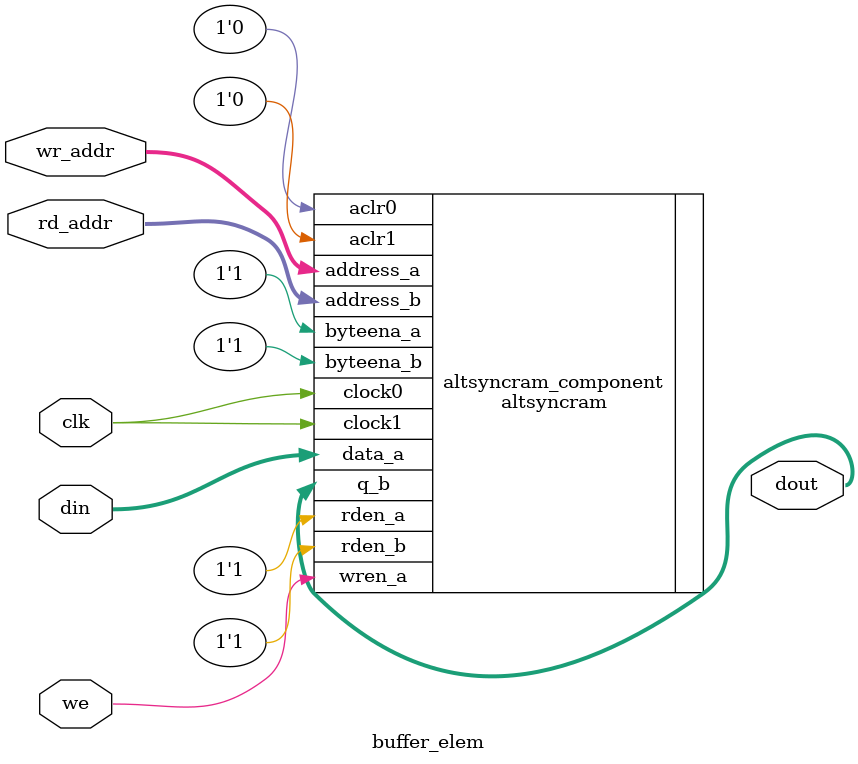
<source format=sv>


module buffer_elem #(
    parameter DATA_WIDTH = 32,
    parameter ADDR_WIDTH = 10
)(
    input  wire                     clk,
    input  wire                     we,         // Write enable
    input  wire [ADDR_WIDTH-1:0]    wr_addr,    // Write address
    input  wire [DATA_WIDTH-1:0]    din,        // Write data
    input  wire [ADDR_WIDTH-1:0]    rd_addr,    // Read address
    output wire [DATA_WIDTH-1:0]    dout        // Read data
);

    // Derived parameter
    localparam NUM_WORDS = 2**ADDR_WIDTH;

// missing the read address
//dummy_altsyncram #(
//     .WIDTH (DATA_WIDTH)
//    ,.DEPTH (2**ADDR_WIDTH)
//) altsyncram_inst (
//     .clock   (clk) 
//    ,.data    (din) 
//    ,.address (wr_addr) 
//    ,.wren    (we)
//    ,.q       (dout)
//);


    // Instantiate the altsyncram megafunction
    altsyncram #(
        .operation_mode                ("DUAL_PORT"),
        .width_a                       (DATA_WIDTH),
        .widthad_a                     (ADDR_WIDTH),
        .numwords_a                    (NUM_WORDS),
        .width_b                       (DATA_WIDTH),
        .widthad_b                     (ADDR_WIDTH),
        .numwords_b                    (NUM_WORDS),
        .lpm_type                      ("altsyncram"),
        .outdata_reg_b                 ("UNREGISTERED"),
        .indata_aclr_a                 ("NONE"),
        .address_aclr_a                ("NONE"),
        .address_aclr_b                ("NONE"),
        .wrcontrol_aclr_a              ("NONE"),
        .outdata_aclr_b                ("NONE"),
        .read_during_write_mode_mixed_ports ("DONT_CARE"),
        .power_up_uninitialized        ("FALSE")
    ) altsyncram_component (
        // Port A — Write
        .clock0    (clk),
        .wren_a    (we),
        .address_a (wr_addr),
        .data_a    (din),

        // Port B — Read
        .clock1    (clk),
        .address_b (rd_addr),
        .q_b       (dout),

        // Unused connections
        .aclr0     (1'b0),
        .aclr1     (1'b0),
        .byteena_a (1'b1),
        .byteena_b (1'b1),
        .rden_a    (1'b1),
        .rden_b    (1'b1)
    );

endmodule

</source>
